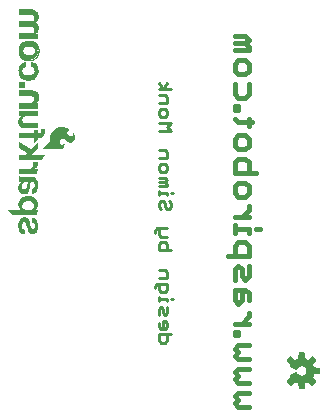
<source format=gbr>
G04 EAGLE Gerber RS-274X export*
G75*
%MOMM*%
%FSLAX34Y34*%
%LPD*%
%INSilkscreen Bottom*%
%IPPOS*%
%AMOC8*
5,1,8,0,0,1.08239X$1,22.5*%
G01*
%ADD10C,0.228600*%
%ADD11C,0.381000*%
%ADD12C,0.025400*%
%ADD13R,0.485100X0.495300*%

G36*
X327055Y113920D02*
X327055Y113920D01*
X327163Y113934D01*
X327175Y113940D01*
X327189Y113942D01*
X327285Y113994D01*
X327382Y114041D01*
X327392Y114051D01*
X327404Y114057D01*
X327478Y114137D01*
X327555Y114213D01*
X327561Y114225D01*
X327571Y114236D01*
X327616Y114334D01*
X327664Y114431D01*
X327668Y114449D01*
X327672Y114458D01*
X327674Y114479D01*
X327693Y114576D01*
X328136Y118927D01*
X329295Y119298D01*
X329313Y119308D01*
X329410Y119346D01*
X330492Y119903D01*
X333882Y117139D01*
X333976Y117085D01*
X334068Y117028D01*
X334081Y117025D01*
X334093Y117018D01*
X334200Y116997D01*
X334305Y116972D01*
X334319Y116974D01*
X334333Y116971D01*
X334440Y116986D01*
X334548Y116996D01*
X334561Y117002D01*
X334575Y117004D01*
X334672Y117052D01*
X334771Y117097D01*
X334784Y117108D01*
X334793Y117112D01*
X334808Y117128D01*
X334885Y117190D01*
X337470Y119775D01*
X337533Y119864D01*
X337599Y119949D01*
X337604Y119962D01*
X337612Y119974D01*
X337643Y120077D01*
X337679Y120180D01*
X337679Y120194D01*
X337683Y120207D01*
X337679Y120315D01*
X337680Y120424D01*
X337675Y120437D01*
X337675Y120451D01*
X337637Y120553D01*
X337602Y120655D01*
X337593Y120670D01*
X337589Y120679D01*
X337575Y120696D01*
X337521Y120778D01*
X334757Y124168D01*
X335314Y125250D01*
X335320Y125270D01*
X335362Y125365D01*
X335733Y126524D01*
X340084Y126967D01*
X340188Y126995D01*
X340294Y127020D01*
X340306Y127027D01*
X340319Y127030D01*
X340409Y127091D01*
X340502Y127148D01*
X340510Y127159D01*
X340522Y127167D01*
X340588Y127253D01*
X340657Y127337D01*
X340661Y127350D01*
X340670Y127361D01*
X340704Y127464D01*
X340743Y127565D01*
X340744Y127583D01*
X340748Y127592D01*
X340748Y127614D01*
X340757Y127712D01*
X340757Y131368D01*
X340740Y131475D01*
X340726Y131583D01*
X340720Y131595D01*
X340718Y131609D01*
X340666Y131705D01*
X340619Y131802D01*
X340609Y131812D01*
X340603Y131824D01*
X340523Y131898D01*
X340447Y131975D01*
X340435Y131981D01*
X340425Y131991D01*
X340326Y132036D01*
X340229Y132084D01*
X340211Y132088D01*
X340202Y132092D01*
X340181Y132094D01*
X340084Y132113D01*
X335733Y132556D01*
X335362Y133715D01*
X335352Y133733D01*
X335314Y133830D01*
X334757Y134912D01*
X337521Y138302D01*
X337575Y138396D01*
X337632Y138488D01*
X337635Y138501D01*
X337642Y138513D01*
X337663Y138620D01*
X337688Y138725D01*
X337686Y138739D01*
X337689Y138753D01*
X337674Y138860D01*
X337664Y138968D01*
X337658Y138981D01*
X337656Y138995D01*
X337608Y139092D01*
X337563Y139191D01*
X337552Y139204D01*
X337548Y139213D01*
X337532Y139228D01*
X337470Y139305D01*
X334885Y141890D01*
X334796Y141953D01*
X334711Y142019D01*
X334698Y142024D01*
X334686Y142032D01*
X334583Y142063D01*
X334480Y142099D01*
X334466Y142099D01*
X334453Y142103D01*
X334345Y142099D01*
X334236Y142100D01*
X334223Y142095D01*
X334209Y142095D01*
X334107Y142057D01*
X334005Y142022D01*
X333990Y142013D01*
X333981Y142009D01*
X333964Y141995D01*
X333882Y141941D01*
X330492Y139177D01*
X329410Y139734D01*
X329390Y139740D01*
X329295Y139782D01*
X328136Y140153D01*
X327693Y144504D01*
X327665Y144608D01*
X327640Y144714D01*
X327633Y144726D01*
X327630Y144739D01*
X327569Y144829D01*
X327512Y144922D01*
X327501Y144930D01*
X327493Y144942D01*
X327407Y145008D01*
X327323Y145077D01*
X327310Y145081D01*
X327299Y145090D01*
X327196Y145124D01*
X327095Y145163D01*
X327077Y145164D01*
X327068Y145168D01*
X327046Y145168D01*
X326948Y145177D01*
X323292Y145177D01*
X323185Y145160D01*
X323077Y145146D01*
X323065Y145140D01*
X323051Y145138D01*
X322955Y145086D01*
X322858Y145039D01*
X322848Y145029D01*
X322836Y145023D01*
X322762Y144943D01*
X322685Y144867D01*
X322679Y144855D01*
X322669Y144845D01*
X322624Y144746D01*
X322576Y144649D01*
X322572Y144631D01*
X322568Y144622D01*
X322566Y144601D01*
X322547Y144504D01*
X322104Y140153D01*
X320945Y139782D01*
X320927Y139772D01*
X320830Y139734D01*
X319748Y139177D01*
X316358Y141941D01*
X316264Y141995D01*
X316172Y142052D01*
X316159Y142055D01*
X316147Y142062D01*
X316040Y142083D01*
X315935Y142108D01*
X315921Y142106D01*
X315907Y142109D01*
X315800Y142094D01*
X315692Y142084D01*
X315679Y142078D01*
X315666Y142076D01*
X315568Y142028D01*
X315469Y141983D01*
X315456Y141972D01*
X315447Y141968D01*
X315432Y141952D01*
X315355Y141890D01*
X312770Y139305D01*
X312707Y139216D01*
X312641Y139131D01*
X312636Y139118D01*
X312628Y139106D01*
X312597Y139003D01*
X312561Y138900D01*
X312561Y138886D01*
X312557Y138873D01*
X312561Y138765D01*
X312560Y138656D01*
X312565Y138643D01*
X312565Y138629D01*
X312603Y138527D01*
X312638Y138425D01*
X312647Y138410D01*
X312651Y138401D01*
X312665Y138384D01*
X312719Y138302D01*
X315483Y134912D01*
X314926Y133830D01*
X314909Y133777D01*
X314883Y133728D01*
X314872Y133662D01*
X314851Y133598D01*
X314852Y133542D01*
X314843Y133488D01*
X314854Y133421D01*
X314855Y133354D01*
X314873Y133302D01*
X314882Y133247D01*
X314914Y133187D01*
X314937Y133124D01*
X314971Y133081D01*
X314997Y133032D01*
X315046Y132985D01*
X315088Y132933D01*
X315135Y132903D01*
X315175Y132865D01*
X315280Y132808D01*
X315293Y132800D01*
X315298Y132799D01*
X315305Y132795D01*
X320502Y130642D01*
X320601Y130619D01*
X320699Y130590D01*
X320720Y130591D01*
X320740Y130586D01*
X320841Y130596D01*
X320942Y130601D01*
X320962Y130608D01*
X320983Y130610D01*
X321075Y130652D01*
X321170Y130689D01*
X321186Y130702D01*
X321205Y130711D01*
X321279Y130780D01*
X321357Y130845D01*
X321373Y130868D01*
X321383Y130878D01*
X321395Y130899D01*
X321442Y130966D01*
X321948Y131865D01*
X322592Y132552D01*
X323380Y133067D01*
X324268Y133379D01*
X325205Y133471D01*
X326137Y133338D01*
X327011Y132987D01*
X327776Y132438D01*
X328389Y131724D01*
X328814Y130884D01*
X329028Y129968D01*
X329018Y129026D01*
X328784Y128114D01*
X328341Y127284D01*
X327712Y126583D01*
X326935Y126051D01*
X326054Y125720D01*
X325119Y125607D01*
X324202Y125715D01*
X323334Y126035D01*
X322565Y126549D01*
X321938Y127228D01*
X321443Y128112D01*
X321379Y128192D01*
X321319Y128275D01*
X321303Y128287D01*
X321290Y128303D01*
X321204Y128358D01*
X321121Y128418D01*
X321102Y128424D01*
X321085Y128434D01*
X320986Y128459D01*
X320888Y128489D01*
X320868Y128488D01*
X320848Y128493D01*
X320746Y128484D01*
X320644Y128481D01*
X320619Y128473D01*
X320605Y128472D01*
X320583Y128463D01*
X320502Y128438D01*
X315305Y126285D01*
X315258Y126256D01*
X315206Y126235D01*
X315155Y126192D01*
X315098Y126156D01*
X315063Y126113D01*
X315020Y126077D01*
X314986Y126020D01*
X314943Y125968D01*
X314924Y125916D01*
X314895Y125868D01*
X314881Y125802D01*
X314857Y125739D01*
X314855Y125684D01*
X314844Y125630D01*
X314851Y125563D01*
X314849Y125496D01*
X314865Y125442D01*
X314872Y125387D01*
X314916Y125276D01*
X314920Y125262D01*
X314923Y125258D01*
X314926Y125250D01*
X315483Y124168D01*
X312719Y120778D01*
X312665Y120684D01*
X312608Y120592D01*
X312605Y120579D01*
X312598Y120567D01*
X312577Y120460D01*
X312552Y120355D01*
X312554Y120341D01*
X312551Y120327D01*
X312566Y120220D01*
X312576Y120112D01*
X312582Y120099D01*
X312584Y120086D01*
X312632Y119988D01*
X312677Y119889D01*
X312688Y119876D01*
X312692Y119867D01*
X312708Y119852D01*
X312770Y119775D01*
X315355Y117190D01*
X315444Y117127D01*
X315529Y117061D01*
X315542Y117056D01*
X315554Y117048D01*
X315657Y117017D01*
X315760Y116981D01*
X315774Y116981D01*
X315787Y116977D01*
X315895Y116981D01*
X316004Y116980D01*
X316017Y116985D01*
X316031Y116985D01*
X316133Y117023D01*
X316235Y117058D01*
X316250Y117067D01*
X316259Y117071D01*
X316276Y117085D01*
X316358Y117139D01*
X319748Y119903D01*
X320830Y119346D01*
X320850Y119340D01*
X320945Y119298D01*
X322104Y118927D01*
X322547Y114576D01*
X322575Y114472D01*
X322600Y114366D01*
X322607Y114354D01*
X322610Y114341D01*
X322671Y114251D01*
X322728Y114158D01*
X322739Y114150D01*
X322747Y114138D01*
X322833Y114072D01*
X322917Y114004D01*
X322930Y113999D01*
X322941Y113990D01*
X323044Y113956D01*
X323145Y113917D01*
X323163Y113916D01*
X323172Y113912D01*
X323194Y113913D01*
X323292Y113903D01*
X326948Y113903D01*
X327055Y113920D01*
G37*
G36*
X120223Y317097D02*
X120223Y317097D01*
X120229Y317095D01*
X121060Y317165D01*
X121071Y317171D01*
X121086Y317170D01*
X121885Y317410D01*
X121895Y317418D01*
X121909Y317420D01*
X122641Y317821D01*
X122649Y317831D01*
X122662Y317836D01*
X123212Y318306D01*
X123217Y318317D01*
X123229Y318324D01*
X123674Y318894D01*
X123677Y318906D01*
X123687Y318916D01*
X124008Y319564D01*
X124009Y319576D01*
X124017Y319588D01*
X124201Y320287D01*
X124200Y320298D01*
X124205Y320309D01*
X124278Y321249D01*
X124276Y321258D01*
X124279Y321265D01*
X124278Y321267D01*
X124278Y321269D01*
X124205Y322209D01*
X124203Y322213D01*
X124204Y322219D01*
X124128Y322702D01*
X124103Y322741D01*
X124082Y322781D01*
X124078Y322782D01*
X124076Y322785D01*
X124031Y322795D01*
X123987Y322807D01*
X123983Y322805D01*
X123979Y322806D01*
X123941Y322781D01*
X123902Y322758D01*
X123901Y322753D01*
X123898Y322751D01*
X123889Y322710D01*
X123877Y322670D01*
X123893Y322512D01*
X123865Y322374D01*
X123794Y322241D01*
X123195Y321417D01*
X123129Y321349D01*
X123081Y321299D01*
X122943Y321227D01*
X122528Y321134D01*
X122100Y321134D01*
X121684Y321227D01*
X121280Y321433D01*
X120952Y321746D01*
X120587Y322352D01*
X120380Y323030D01*
X120345Y323741D01*
X120442Y324351D01*
X120640Y324937D01*
X120933Y325480D01*
X121298Y325905D01*
X121758Y326220D01*
X122283Y326406D01*
X122839Y326449D01*
X123387Y326347D01*
X123890Y326107D01*
X124325Y325737D01*
X125866Y324284D01*
X125876Y324281D01*
X125882Y324272D01*
X127640Y323085D01*
X127653Y323083D01*
X127663Y323073D01*
X128351Y322793D01*
X128366Y322794D01*
X128381Y322785D01*
X129116Y322686D01*
X129131Y322690D01*
X129148Y322685D01*
X129885Y322772D01*
X129898Y322780D01*
X129916Y322780D01*
X130608Y323047D01*
X130619Y323058D01*
X130636Y323062D01*
X131239Y323493D01*
X131246Y323504D01*
X131258Y323509D01*
X131436Y323698D01*
X131437Y323698D01*
X131675Y323951D01*
X131676Y323951D01*
X131914Y324203D01*
X131916Y324205D01*
X131919Y324213D01*
X131927Y324218D01*
X132487Y324995D01*
X132490Y325005D01*
X132498Y325013D01*
X132886Y325793D01*
X132887Y325805D01*
X132895Y325816D01*
X133126Y326656D01*
X133125Y326668D01*
X133131Y326680D01*
X133197Y327548D01*
X133193Y327559D01*
X133197Y327570D01*
X133111Y328470D01*
X133107Y328479D01*
X133108Y328489D01*
X132888Y329367D01*
X132882Y329375D01*
X132881Y329387D01*
X132780Y329615D01*
X132628Y329971D01*
X132628Y329972D01*
X132407Y330476D01*
X132396Y330486D01*
X132391Y330503D01*
X132053Y330938D01*
X132046Y330941D01*
X132042Y330949D01*
X132017Y330974D01*
X132017Y330975D01*
X132016Y330977D01*
X131924Y331012D01*
X131835Y330971D01*
X131802Y330886D01*
X131802Y330283D01*
X131745Y329772D01*
X131606Y329282D01*
X131351Y328801D01*
X131347Y328798D01*
X130981Y328406D01*
X130521Y328120D01*
X130002Y327963D01*
X129699Y327951D01*
X129399Y328010D01*
X128905Y328216D01*
X128447Y328499D01*
X128037Y328850D01*
X127683Y329262D01*
X127032Y330164D01*
X126783Y330652D01*
X126685Y331182D01*
X126743Y331720D01*
X126808Y331894D01*
X127057Y332255D01*
X127396Y332529D01*
X127499Y332573D01*
X127619Y332589D01*
X128499Y332589D01*
X128540Y332606D01*
X128582Y332620D01*
X128585Y332625D01*
X128590Y332627D01*
X128606Y332668D01*
X128625Y332708D01*
X128623Y332714D01*
X128625Y332719D01*
X128613Y332746D01*
X128597Y332795D01*
X127676Y333921D01*
X127664Y333927D01*
X127657Y333939D01*
X126520Y334846D01*
X126509Y334849D01*
X126501Y334858D01*
X125567Y335360D01*
X125557Y335361D01*
X125549Y335367D01*
X124552Y335725D01*
X124542Y335725D01*
X124533Y335730D01*
X123494Y335937D01*
X123483Y335935D01*
X123473Y335939D01*
X121545Y336000D01*
X121534Y335995D01*
X121522Y335998D01*
X119615Y335710D01*
X119605Y335704D01*
X119593Y335704D01*
X117769Y335076D01*
X117760Y335069D01*
X117748Y335067D01*
X116067Y334120D01*
X116061Y334112D01*
X116050Y334109D01*
X114943Y333224D01*
X114940Y333219D01*
X114935Y333216D01*
X114934Y333214D01*
X114930Y333212D01*
X114577Y332838D01*
X114101Y332333D01*
X113958Y332181D01*
X113955Y332173D01*
X113947Y332167D01*
X113130Y331010D01*
X113128Y331000D01*
X113120Y330992D01*
X112520Y329762D01*
X112519Y329751D01*
X112511Y329741D01*
X112143Y328422D01*
X112145Y328411D01*
X112139Y328400D01*
X112015Y327036D01*
X112017Y327031D01*
X112015Y327025D01*
X112015Y324750D01*
X111950Y324382D01*
X111823Y324031D01*
X111234Y323041D01*
X110452Y322187D01*
X104970Y317315D01*
X104968Y317311D01*
X104963Y317309D01*
X104947Y317267D01*
X104928Y317226D01*
X104930Y317222D01*
X104928Y317217D01*
X104947Y317176D01*
X104962Y317134D01*
X104967Y317132D01*
X104969Y317128D01*
X105042Y317099D01*
X105053Y317095D01*
X105054Y317095D01*
X120218Y317095D01*
X120223Y317097D01*
G37*
G36*
X100723Y261560D02*
X100723Y261560D01*
X100762Y261570D01*
X100768Y261579D01*
X100777Y261583D01*
X100788Y261611D01*
X100810Y261648D01*
X101546Y265534D01*
X101543Y265548D01*
X101548Y265563D01*
X101533Y265595D01*
X101525Y265630D01*
X101512Y265638D01*
X101506Y265652D01*
X101467Y265666D01*
X101442Y265682D01*
X101431Y265679D01*
X101420Y265683D01*
X99503Y265659D01*
X99652Y265793D01*
X99653Y265794D01*
X99654Y265794D01*
X100619Y266683D01*
X100621Y266689D01*
X100628Y266693D01*
X100929Y267036D01*
X100933Y267047D01*
X100943Y267055D01*
X101176Y267449D01*
X101177Y267458D01*
X101184Y267466D01*
X101717Y268787D01*
X101717Y268798D01*
X101724Y268808D01*
X101826Y269290D01*
X101823Y269302D01*
X101828Y269314D01*
X101853Y271295D01*
X101849Y271306D01*
X101851Y271318D01*
X101668Y272403D01*
X101661Y272413D01*
X101661Y272428D01*
X101261Y273452D01*
X101253Y273459D01*
X101251Y273471D01*
X100710Y274373D01*
X100704Y274378D01*
X100701Y274387D01*
X100048Y275211D01*
X100038Y275217D01*
X100033Y275227D01*
X99143Y276019D01*
X99130Y276023D01*
X99121Y276035D01*
X98080Y276614D01*
X98068Y276616D01*
X98057Y276624D01*
X95944Y277298D01*
X95933Y277297D01*
X95922Y277303D01*
X93722Y277586D01*
X93711Y277583D01*
X93699Y277587D01*
X91484Y277469D01*
X91474Y277464D01*
X91462Y277466D01*
X90086Y277143D01*
X90077Y277137D01*
X90065Y277136D01*
X88765Y276580D01*
X88757Y276572D01*
X88746Y276570D01*
X87561Y275798D01*
X87555Y275789D01*
X87544Y275784D01*
X86837Y275127D01*
X86833Y275117D01*
X86823Y275111D01*
X86238Y274343D01*
X86236Y274332D01*
X86227Y274325D01*
X85781Y273469D01*
X85780Y273458D01*
X85772Y273449D01*
X85478Y272530D01*
X85479Y272520D01*
X85473Y272510D01*
X85284Y271298D01*
X85286Y271289D01*
X85283Y271280D01*
X85266Y270053D01*
X85269Y270045D01*
X85267Y270035D01*
X85422Y268818D01*
X85427Y268808D01*
X85427Y268796D01*
X85691Y267952D01*
X85699Y267942D01*
X85702Y267927D01*
X86139Y267158D01*
X86149Y267150D01*
X86154Y267136D01*
X86744Y266476D01*
X86756Y266470D01*
X86764Y266458D01*
X87480Y265938D01*
X87482Y265937D01*
X76378Y265937D01*
X76334Y265919D01*
X76291Y265902D01*
X76290Y265900D01*
X76287Y265899D01*
X76270Y265855D01*
X76252Y265811D01*
X76253Y265809D01*
X76252Y265807D01*
X76261Y265786D01*
X76284Y265726D01*
X80018Y261586D01*
X80024Y261584D01*
X80027Y261578D01*
X80087Y261554D01*
X80108Y261545D01*
X80110Y261546D01*
X80112Y261545D01*
X100686Y261545D01*
X100723Y261560D01*
G37*
G36*
X101805Y410695D02*
X101805Y410695D01*
X101807Y410694D01*
X101850Y410714D01*
X101894Y410732D01*
X101894Y410734D01*
X101896Y410735D01*
X101929Y410820D01*
X101929Y414807D01*
X101928Y414809D01*
X101929Y414811D01*
X101909Y414854D01*
X101891Y414898D01*
X101889Y414898D01*
X101888Y414900D01*
X101803Y414933D01*
X99750Y414933D01*
X99757Y414964D01*
X100153Y415266D01*
X100156Y415272D01*
X100164Y415275D01*
X100951Y416037D01*
X100954Y416045D01*
X100961Y416049D01*
X101573Y416811D01*
X101577Y416825D01*
X101590Y416837D01*
X101994Y417727D01*
X101994Y417739D01*
X102002Y417750D01*
X102256Y418842D01*
X102255Y418851D01*
X102259Y418859D01*
X102386Y420231D01*
X102383Y420241D01*
X102386Y420252D01*
X102317Y421209D01*
X102311Y421220D01*
X102312Y421234D01*
X102052Y422157D01*
X102044Y422167D01*
X102042Y422180D01*
X101639Y422970D01*
X101630Y422978D01*
X101626Y422991D01*
X101080Y423689D01*
X101069Y423695D01*
X101063Y423707D01*
X100394Y424289D01*
X100382Y424292D01*
X100380Y424295D01*
X100380Y424296D01*
X100379Y424296D01*
X100374Y424303D01*
X99716Y424683D01*
X99758Y424725D01*
X100239Y425180D01*
X100240Y425183D01*
X100243Y425184D01*
X101002Y425972D01*
X101005Y425981D01*
X101014Y425986D01*
X101652Y426875D01*
X101654Y426886D01*
X101662Y426894D01*
X102056Y427699D01*
X102056Y427711D01*
X102064Y427722D01*
X102296Y428587D01*
X102294Y428599D01*
X102300Y428611D01*
X102361Y429505D01*
X102360Y429508D01*
X102361Y429509D01*
X102358Y429515D01*
X102361Y429525D01*
X102254Y430804D01*
X102250Y430811D01*
X102252Y430818D01*
X102003Y432078D01*
X101997Y432087D01*
X101997Y432099D01*
X101671Y432965D01*
X101661Y432975D01*
X101658Y432990D01*
X101151Y433764D01*
X101139Y433771D01*
X101133Y433785D01*
X100469Y434431D01*
X100457Y434435D01*
X100448Y434447D01*
X99509Y435035D01*
X99496Y435037D01*
X99486Y435047D01*
X98447Y435433D01*
X98434Y435432D01*
X98422Y435439D01*
X97326Y435608D01*
X97317Y435605D01*
X97307Y435609D01*
X85725Y435609D01*
X85723Y435608D01*
X85721Y435609D01*
X85678Y435589D01*
X85634Y435571D01*
X85634Y435569D01*
X85632Y435568D01*
X85599Y435483D01*
X85599Y431241D01*
X85600Y431239D01*
X85599Y431237D01*
X85619Y431194D01*
X85637Y431150D01*
X85639Y431150D01*
X85640Y431148D01*
X85725Y431115D01*
X96004Y431115D01*
X96884Y431008D01*
X97706Y430696D01*
X98090Y430435D01*
X98403Y430092D01*
X98629Y429686D01*
X98757Y429238D01*
X98825Y428334D01*
X98733Y427431D01*
X98607Y427022D01*
X98397Y426649D01*
X98111Y426331D01*
X97583Y425946D01*
X96988Y425673D01*
X96349Y425524D01*
X95246Y425449D01*
X85725Y425449D01*
X85723Y425448D01*
X85721Y425449D01*
X85678Y425429D01*
X85634Y425411D01*
X85634Y425409D01*
X85632Y425408D01*
X85599Y425323D01*
X85599Y421005D01*
X85600Y421003D01*
X85599Y421001D01*
X85619Y420958D01*
X85637Y420914D01*
X85639Y420914D01*
X85640Y420912D01*
X85725Y420879D01*
X96284Y420879D01*
X96947Y420799D01*
X97566Y420568D01*
X98113Y420198D01*
X98431Y419851D01*
X98664Y419443D01*
X98800Y418992D01*
X98832Y418515D01*
X98782Y417667D01*
X98700Y417227D01*
X98522Y416823D01*
X98256Y416469D01*
X97312Y415649D01*
X96774Y415366D01*
X96183Y415234D01*
X95561Y415264D01*
X95558Y415263D01*
X95555Y415264D01*
X85750Y415264D01*
X85748Y415263D01*
X85746Y415264D01*
X85703Y415244D01*
X85659Y415226D01*
X85659Y415224D01*
X85657Y415223D01*
X85624Y415138D01*
X85624Y410820D01*
X85625Y410818D01*
X85624Y410816D01*
X85644Y410773D01*
X85662Y410729D01*
X85664Y410729D01*
X85665Y410727D01*
X85750Y410694D01*
X101803Y410694D01*
X101805Y410695D01*
G37*
G36*
X90653Y278918D02*
X90653Y278918D01*
X90665Y278923D01*
X90680Y278921D01*
X91621Y279127D01*
X91633Y279136D01*
X91650Y279137D01*
X92512Y279566D01*
X92521Y279576D01*
X92536Y279581D01*
X93145Y280079D01*
X93149Y280087D01*
X93157Y280090D01*
X93158Y280094D01*
X93163Y280097D01*
X93661Y280707D01*
X93664Y280719D01*
X93675Y280728D01*
X94041Y281424D01*
X94042Y281435D01*
X94049Y281444D01*
X94533Y282929D01*
X94532Y282937D01*
X94537Y282946D01*
X94815Y284483D01*
X94814Y284487D01*
X94817Y284492D01*
X95045Y286698D01*
X95271Y288004D01*
X95436Y288473D01*
X95682Y288901D01*
X95943Y289185D01*
X96030Y289245D01*
X96127Y289287D01*
X96648Y289398D01*
X97179Y289398D01*
X97700Y289287D01*
X98014Y289148D01*
X98293Y288949D01*
X98527Y288696D01*
X98720Y288382D01*
X98848Y288036D01*
X98909Y287667D01*
X98959Y286312D01*
X98905Y285725D01*
X98740Y285164D01*
X98485Y284700D01*
X98129Y284310D01*
X97691Y284015D01*
X97196Y283831D01*
X96665Y283768D01*
X96622Y283768D01*
X96620Y283767D01*
X96618Y283768D01*
X96575Y283748D01*
X96531Y283730D01*
X96531Y283728D01*
X96529Y283727D01*
X96496Y283642D01*
X96496Y279501D01*
X96494Y279500D01*
X96484Y279458D01*
X96470Y279416D01*
X96473Y279410D01*
X96472Y279404D01*
X96488Y279379D01*
X96509Y279334D01*
X96534Y279309D01*
X96535Y279309D01*
X96577Y279293D01*
X96626Y279274D01*
X96627Y279274D01*
X96669Y279294D01*
X96712Y279313D01*
X97603Y279435D01*
X97614Y279441D01*
X97629Y279441D01*
X98570Y279775D01*
X98580Y279784D01*
X98594Y279787D01*
X99447Y280306D01*
X99455Y280317D01*
X99468Y280322D01*
X100198Y281005D01*
X100203Y281017D01*
X100215Y281025D01*
X100789Y281842D01*
X100792Y281854D01*
X100801Y281863D01*
X101330Y283021D01*
X101330Y283031D01*
X101337Y283040D01*
X101671Y284269D01*
X101670Y284278D01*
X101674Y284287D01*
X101888Y286027D01*
X101885Y286035D01*
X101888Y286043D01*
X101880Y287797D01*
X101877Y287804D01*
X101879Y287813D01*
X101649Y289552D01*
X101644Y289560D01*
X101645Y289571D01*
X101220Y290985D01*
X101212Y290994D01*
X101211Y291008D01*
X100517Y292311D01*
X100507Y292320D01*
X100502Y292334D01*
X100019Y292896D01*
X100005Y292903D01*
X99996Y292917D01*
X99391Y293344D01*
X99376Y293347D01*
X99364Y293359D01*
X98673Y293626D01*
X98658Y293625D01*
X98643Y293633D01*
X97908Y293724D01*
X97900Y293722D01*
X97892Y293725D01*
X93066Y293725D01*
X93064Y293724D01*
X93062Y293725D01*
X93047Y293718D01*
X92963Y293750D01*
X88625Y293725D01*
X87288Y293827D01*
X85993Y294176D01*
X85794Y294250D01*
X85769Y294249D01*
X85746Y294258D01*
X85722Y294247D01*
X85696Y294246D01*
X85679Y294227D01*
X85657Y294217D01*
X85646Y294190D01*
X85630Y294172D01*
X85632Y294153D01*
X85624Y294132D01*
X85624Y290098D01*
X85621Y290062D01*
X85630Y290034D01*
X85634Y289994D01*
X85653Y289957D01*
X85670Y289943D01*
X85675Y289932D01*
X85682Y289929D01*
X85699Y289906D01*
X85735Y289885D01*
X85752Y289882D01*
X85768Y289870D01*
X86048Y289794D01*
X86051Y289795D01*
X86054Y289793D01*
X87083Y289566D01*
X87106Y289557D01*
X87112Y289550D01*
X87114Y289542D01*
X87113Y289533D01*
X87097Y289509D01*
X86394Y288682D01*
X86390Y288671D01*
X86380Y288662D01*
X85840Y287711D01*
X85839Y287700D01*
X85831Y287690D01*
X85478Y286655D01*
X85479Y286643D01*
X85473Y286633D01*
X85232Y285015D01*
X85235Y285005D01*
X85231Y284994D01*
X85269Y283359D01*
X85274Y283348D01*
X85272Y283334D01*
X85580Y281962D01*
X85588Y281951D01*
X85589Y281936D01*
X86195Y280667D01*
X86205Y280658D01*
X86209Y280644D01*
X86551Y280196D01*
X86561Y280190D01*
X86567Y280178D01*
X86987Y279801D01*
X86998Y279797D01*
X87006Y279787D01*
X87489Y279495D01*
X87500Y279493D01*
X87510Y279485D01*
X88503Y279112D01*
X88514Y279112D01*
X88525Y279106D01*
X89569Y278917D01*
X89580Y278920D01*
X89592Y278915D01*
X90653Y278918D01*
G37*
G36*
X105023Y308060D02*
X105023Y308060D01*
X105043Y308058D01*
X105070Y308080D01*
X105095Y308090D01*
X105100Y308105D01*
X105114Y308115D01*
X107476Y312255D01*
X107480Y312290D01*
X107492Y312322D01*
X107485Y312337D01*
X107487Y312353D01*
X107465Y312380D01*
X107451Y312411D01*
X107435Y312418D01*
X107425Y312430D01*
X107398Y312432D01*
X107366Y312444D01*
X95936Y312444D01*
X101410Y317919D01*
X101412Y317922D01*
X101414Y317923D01*
X101447Y318008D01*
X101447Y322682D01*
X101447Y322684D01*
X101447Y322685D01*
X101427Y322729D01*
X101409Y322773D01*
X101407Y322773D01*
X101406Y322775D01*
X101362Y322791D01*
X101317Y322808D01*
X101315Y322807D01*
X101314Y322808D01*
X101231Y322770D01*
X95665Y317079D01*
X85770Y323676D01*
X85732Y323683D01*
X85695Y323697D01*
X85685Y323692D01*
X85673Y323694D01*
X85642Y323672D01*
X85606Y323655D01*
X85602Y323644D01*
X85593Y323638D01*
X85588Y323608D01*
X85574Y323570D01*
X85599Y318490D01*
X85606Y318473D01*
X85604Y318455D01*
X85626Y318426D01*
X85638Y318400D01*
X85650Y318395D01*
X85660Y318383D01*
X92638Y314150D01*
X92564Y314073D01*
X92442Y313947D01*
X92441Y313947D01*
X92073Y313568D01*
X91951Y313442D01*
X91828Y313316D01*
X91460Y312937D01*
X91337Y312811D01*
X91215Y312685D01*
X91031Y312495D01*
X85623Y312495D01*
X85621Y312494D01*
X85619Y312495D01*
X85576Y312475D01*
X85532Y312457D01*
X85532Y312455D01*
X85530Y312454D01*
X85497Y312369D01*
X85497Y308229D01*
X85498Y308226D01*
X85497Y308223D01*
X85534Y308140D01*
X85585Y308089D01*
X85588Y308088D01*
X85589Y308085D01*
X85674Y308052D01*
X105004Y308052D01*
X105023Y308060D01*
G37*
G36*
X101399Y334952D02*
X101399Y334952D01*
X101401Y334951D01*
X101444Y334971D01*
X101488Y334989D01*
X101488Y334991D01*
X101490Y334992D01*
X101523Y335077D01*
X101523Y339217D01*
X101522Y339219D01*
X101523Y339221D01*
X101503Y339264D01*
X101485Y339308D01*
X101483Y339308D01*
X101482Y339310D01*
X101397Y339343D01*
X91400Y339343D01*
X90570Y339492D01*
X89802Y339835D01*
X89440Y340107D01*
X89139Y340448D01*
X88914Y340843D01*
X88691Y341532D01*
X88611Y342251D01*
X88678Y342972D01*
X88890Y343663D01*
X89178Y344173D01*
X89575Y344604D01*
X90060Y344931D01*
X90610Y345140D01*
X91814Y345365D01*
X93044Y345441D01*
X101346Y345441D01*
X101348Y345442D01*
X101350Y345441D01*
X101393Y345461D01*
X101437Y345479D01*
X101437Y345481D01*
X101439Y345482D01*
X101472Y345567D01*
X101472Y349783D01*
X101471Y349785D01*
X101472Y349787D01*
X101452Y349830D01*
X101434Y349874D01*
X101432Y349874D01*
X101431Y349876D01*
X101346Y349909D01*
X85725Y349909D01*
X85723Y349908D01*
X85721Y349909D01*
X85678Y349889D01*
X85634Y349871D01*
X85634Y349869D01*
X85632Y349868D01*
X85599Y349783D01*
X85599Y345770D01*
X85600Y345768D01*
X85599Y345766D01*
X85619Y345723D01*
X85637Y345679D01*
X85639Y345679D01*
X85640Y345677D01*
X85725Y345644D01*
X87782Y345644D01*
X87141Y345137D01*
X87137Y345129D01*
X87128Y345125D01*
X87021Y345012D01*
X86901Y344886D01*
X86662Y344634D01*
X86542Y344507D01*
X86422Y344381D01*
X86343Y344298D01*
X86340Y344289D01*
X86332Y344284D01*
X85673Y343354D01*
X85671Y343345D01*
X85663Y343337D01*
X85541Y343092D01*
X85540Y343081D01*
X85533Y343072D01*
X85452Y342810D01*
X85453Y342801D01*
X85448Y342792D01*
X85225Y341314D01*
X85227Y341306D01*
X85223Y341298D01*
X85193Y339804D01*
X85197Y339794D01*
X85194Y339783D01*
X85341Y338750D01*
X85347Y338740D01*
X85347Y338726D01*
X85690Y337740D01*
X85698Y337731D01*
X85700Y337718D01*
X86226Y336816D01*
X86236Y336809D01*
X86241Y336796D01*
X86469Y336542D01*
X86480Y336536D01*
X86488Y336525D01*
X87373Y335865D01*
X87384Y335862D01*
X87393Y335852D01*
X88383Y335364D01*
X88395Y335364D01*
X88405Y335356D01*
X89468Y335056D01*
X89479Y335058D01*
X89491Y335052D01*
X90590Y334951D01*
X90596Y334953D01*
X90602Y334951D01*
X101397Y334951D01*
X101399Y334952D01*
G37*
G36*
X101373Y352148D02*
X101373Y352148D01*
X101375Y352147D01*
X101418Y352167D01*
X101462Y352185D01*
X101462Y352187D01*
X101464Y352188D01*
X101497Y352273D01*
X101497Y356311D01*
X101496Y356313D01*
X101497Y356315D01*
X101477Y356358D01*
X101459Y356402D01*
X101457Y356402D01*
X101456Y356404D01*
X101371Y356437D01*
X99303Y356437D01*
X99332Y356479D01*
X99468Y356593D01*
X99846Y356870D01*
X99848Y356874D01*
X99853Y356876D01*
X100326Y357278D01*
X100330Y357285D01*
X100338Y357289D01*
X100754Y357750D01*
X100757Y357761D01*
X100767Y357768D01*
X101334Y358666D01*
X101337Y358679D01*
X101346Y358690D01*
X101715Y359687D01*
X101715Y359699D01*
X101722Y359712D01*
X101877Y360764D01*
X101874Y360774D01*
X101878Y360785D01*
X101857Y361620D01*
X101848Y361998D01*
X101839Y362377D01*
X101828Y362791D01*
X101824Y362802D01*
X101826Y362814D01*
X101620Y363791D01*
X101612Y363803D01*
X101611Y363819D01*
X101189Y364724D01*
X101178Y364733D01*
X101174Y364748D01*
X100556Y365533D01*
X100545Y365539D01*
X100539Y365551D01*
X99964Y366040D01*
X99953Y366043D01*
X99946Y366053D01*
X99297Y366437D01*
X99286Y366439D01*
X99277Y366447D01*
X98572Y366716D01*
X98563Y366716D01*
X98554Y366721D01*
X97447Y366961D01*
X97438Y366959D01*
X97430Y366964D01*
X96301Y367054D01*
X96296Y367052D01*
X96291Y367054D01*
X85750Y367054D01*
X85748Y367053D01*
X85746Y367054D01*
X85703Y367034D01*
X85659Y367016D01*
X85659Y367014D01*
X85657Y367013D01*
X85624Y366928D01*
X85624Y362839D01*
X85625Y362837D01*
X85624Y362835D01*
X85644Y362792D01*
X85662Y362748D01*
X85664Y362748D01*
X85665Y362746D01*
X85750Y362713D01*
X95396Y362713D01*
X96114Y362648D01*
X96802Y362457D01*
X97444Y362147D01*
X97831Y361851D01*
X98140Y361477D01*
X98357Y361042D01*
X98434Y360742D01*
X98451Y360426D01*
X98401Y359321D01*
X98314Y358765D01*
X98110Y358249D01*
X97796Y357792D01*
X97227Y357275D01*
X96548Y356912D01*
X95798Y356696D01*
X95015Y356615D01*
X85649Y356615D01*
X85647Y356614D01*
X85645Y356615D01*
X85602Y356595D01*
X85558Y356577D01*
X85558Y356575D01*
X85556Y356574D01*
X85523Y356489D01*
X85523Y352273D01*
X85524Y352271D01*
X85523Y352269D01*
X85543Y352226D01*
X85561Y352182D01*
X85563Y352182D01*
X85564Y352180D01*
X85649Y352147D01*
X101371Y352147D01*
X101373Y352148D01*
G37*
G36*
X94134Y392387D02*
X94134Y392387D01*
X94160Y392383D01*
X97716Y393196D01*
X97737Y393211D01*
X97766Y393220D01*
X100484Y395354D01*
X100496Y395376D01*
X100519Y395397D01*
X102196Y398775D01*
X102197Y398795D01*
X102208Y398816D01*
X102385Y400289D01*
X102383Y400296D01*
X102386Y400304D01*
X102386Y400355D01*
X102378Y400375D01*
X102377Y400401D01*
X102327Y400528D01*
X102307Y400549D01*
X102295Y400575D01*
X102273Y400584D01*
X102259Y400599D01*
X102235Y400598D01*
X102210Y400608D01*
X99289Y400608D01*
X99249Y400591D01*
X99208Y400579D01*
X99204Y400572D01*
X99198Y400570D01*
X99187Y400542D01*
X99164Y400499D01*
X99014Y399404D01*
X98379Y398256D01*
X97295Y397468D01*
X96406Y397072D01*
X94932Y396798D01*
X93073Y396748D01*
X91825Y396923D01*
X90676Y397297D01*
X89649Y397835D01*
X88641Y399483D01*
X88419Y401231D01*
X89011Y402982D01*
X89992Y404061D01*
X91202Y404604D01*
X92750Y404979D01*
X94175Y404979D01*
X96104Y404728D01*
X97716Y403984D01*
X98525Y403150D01*
X99038Y402197D01*
X99137Y401010D01*
X99137Y400914D01*
X99138Y400911D01*
X99137Y400908D01*
X99157Y400866D01*
X99175Y400823D01*
X99178Y400822D01*
X99180Y400819D01*
X99265Y400788D01*
X99267Y400788D01*
X102237Y400838D01*
X102246Y400842D01*
X102255Y400839D01*
X102290Y400861D01*
X102320Y400874D01*
X102326Y400877D01*
X102327Y400878D01*
X102330Y400887D01*
X102338Y400892D01*
X102351Y400943D01*
X102361Y400969D01*
X102361Y400970D01*
X102359Y400975D01*
X102360Y400980D01*
X102106Y402987D01*
X102100Y402998D01*
X102100Y403012D01*
X101541Y404638D01*
X101530Y404650D01*
X101526Y404669D01*
X100155Y406650D01*
X100142Y406658D01*
X100133Y406674D01*
X98863Y407766D01*
X98847Y407771D01*
X98832Y407785D01*
X96495Y408826D01*
X96478Y408827D01*
X96460Y408836D01*
X94275Y409116D01*
X94260Y409112D01*
X94244Y409116D01*
X92136Y408862D01*
X92128Y408858D01*
X92117Y408859D01*
X89653Y408173D01*
X89639Y408162D01*
X89620Y408158D01*
X88325Y407345D01*
X88316Y407333D01*
X88301Y407325D01*
X87158Y406131D01*
X87154Y406123D01*
X87146Y406117D01*
X86359Y405000D01*
X86355Y404983D01*
X86343Y404968D01*
X85708Y403114D01*
X85709Y403100D01*
X85701Y403086D01*
X85447Y400571D01*
X85452Y400557D01*
X85448Y400541D01*
X85854Y397544D01*
X85866Y397523D01*
X85872Y397494D01*
X87650Y394649D01*
X87671Y394635D01*
X87689Y394610D01*
X90178Y393010D01*
X90201Y393006D01*
X90226Y392991D01*
X94112Y392381D01*
X94134Y392387D01*
G37*
G36*
X90708Y245123D02*
X90708Y245123D01*
X90738Y245126D01*
X90739Y245127D01*
X90740Y245127D01*
X90749Y245138D01*
X90762Y245143D01*
X90765Y245149D01*
X90771Y245152D01*
X90783Y245182D01*
X90799Y245202D01*
X90799Y245204D01*
X90800Y245205D01*
X90799Y245220D01*
X90804Y245232D01*
X90803Y245235D01*
X90804Y245237D01*
X90804Y249098D01*
X90803Y249100D01*
X90804Y249102D01*
X90784Y249145D01*
X90766Y249189D01*
X90764Y249189D01*
X90763Y249191D01*
X90678Y249224D01*
X90631Y249224D01*
X90134Y249253D01*
X89672Y249400D01*
X89258Y249655D01*
X88815Y250097D01*
X88478Y250624D01*
X88261Y251211D01*
X88188Y251773D01*
X88188Y253103D01*
X88262Y253706D01*
X88459Y254273D01*
X88771Y254786D01*
X88855Y254870D01*
X88979Y254997D01*
X89055Y255074D01*
X89400Y255282D01*
X89785Y255399D01*
X90189Y255416D01*
X90584Y255331D01*
X90946Y255151D01*
X91250Y254885D01*
X91481Y254549D01*
X91951Y253442D01*
X92257Y252268D01*
X93120Y248637D01*
X93125Y248630D01*
X93125Y248621D01*
X93431Y247813D01*
X93437Y247806D01*
X93439Y247796D01*
X93866Y247045D01*
X93873Y247039D01*
X93877Y247029D01*
X94414Y246352D01*
X94424Y246347D01*
X94430Y246336D01*
X94815Y245999D01*
X94828Y245995D01*
X94837Y245984D01*
X95284Y245735D01*
X95297Y245734D01*
X95308Y245725D01*
X95797Y245573D01*
X95809Y245575D01*
X95822Y245568D01*
X96958Y245463D01*
X96971Y245466D01*
X96984Y245463D01*
X98118Y245592D01*
X98129Y245598D01*
X98143Y245597D01*
X99227Y245955D01*
X99236Y245963D01*
X99250Y245965D01*
X99772Y246264D01*
X99779Y246274D01*
X99792Y246279D01*
X100247Y246673D01*
X100252Y246684D01*
X100264Y246691D01*
X100633Y247167D01*
X100636Y247178D01*
X100645Y247187D01*
X101299Y248468D01*
X101300Y248479D01*
X101307Y248489D01*
X101718Y249867D01*
X101717Y249878D01*
X101723Y249890D01*
X101878Y251319D01*
X101876Y251326D01*
X101878Y251333D01*
X101878Y253136D01*
X101876Y253142D01*
X101878Y253149D01*
X101738Y254542D01*
X101733Y254551D01*
X101734Y254562D01*
X101366Y255913D01*
X101359Y255923D01*
X101357Y255936D01*
X100819Y257033D01*
X100809Y257042D01*
X100805Y257056D01*
X100048Y258015D01*
X100038Y258021D01*
X100033Y258032D01*
X99637Y258380D01*
X99628Y258383D01*
X99622Y258392D01*
X99180Y258678D01*
X99170Y258680D01*
X99163Y258687D01*
X98375Y259043D01*
X98370Y259043D01*
X98366Y259047D01*
X97808Y259250D01*
X97788Y259249D01*
X97783Y259251D01*
X97760Y259251D01*
X97740Y259255D01*
X97726Y259246D01*
X97714Y259255D01*
X97708Y259253D01*
X97701Y259257D01*
X96990Y259333D01*
X96982Y259330D01*
X96973Y259333D01*
X96936Y259316D01*
X96896Y259304D01*
X96892Y259296D01*
X96884Y259292D01*
X96864Y259242D01*
X96851Y259216D01*
X96853Y259212D01*
X96851Y259207D01*
X96851Y255321D01*
X96869Y255277D01*
X96887Y255233D01*
X96888Y255232D01*
X96889Y255230D01*
X96908Y255223D01*
X96969Y255195D01*
X97229Y255179D01*
X97472Y255124D01*
X97824Y254974D01*
X98137Y254756D01*
X98401Y254481D01*
X98672Y254058D01*
X98861Y253591D01*
X98959Y253095D01*
X99003Y252248D01*
X98959Y251399D01*
X98874Y250950D01*
X98717Y250526D01*
X98522Y250225D01*
X98254Y249992D01*
X97912Y249837D01*
X97540Y249789D01*
X97171Y249854D01*
X96810Y250038D01*
X96517Y250321D01*
X96101Y250996D01*
X95829Y251748D01*
X95425Y253771D01*
X95424Y253772D01*
X95424Y253773D01*
X95043Y255496D01*
X95038Y255503D01*
X95038Y255512D01*
X94428Y257168D01*
X94422Y257174D01*
X94421Y257184D01*
X94016Y257940D01*
X94009Y257946D01*
X94006Y257955D01*
X93498Y258647D01*
X93488Y258652D01*
X93483Y258664D01*
X93133Y258996D01*
X93121Y259001D01*
X93112Y259012D01*
X92700Y259264D01*
X92686Y259266D01*
X92674Y259276D01*
X91671Y259613D01*
X91656Y259612D01*
X91642Y259620D01*
X90587Y259714D01*
X90578Y259711D01*
X90567Y259714D01*
X89526Y259638D01*
X89518Y259634D01*
X89508Y259635D01*
X88844Y259493D01*
X88834Y259486D01*
X88821Y259485D01*
X88196Y259219D01*
X88187Y259211D01*
X88175Y259208D01*
X87611Y258829D01*
X87604Y258819D01*
X87593Y258814D01*
X86850Y258088D01*
X86846Y258078D01*
X86840Y258076D01*
X86840Y258074D01*
X86835Y258072D01*
X86229Y257228D01*
X86227Y257218D01*
X86218Y257209D01*
X85767Y256274D01*
X85766Y256263D01*
X85759Y256253D01*
X85477Y255253D01*
X85478Y255245D01*
X85473Y255236D01*
X85291Y253922D01*
X85293Y253915D01*
X85290Y253909D01*
X85243Y252582D01*
X85245Y252576D01*
X85243Y252569D01*
X85421Y250003D01*
X85426Y249994D01*
X85424Y249984D01*
X85636Y249063D01*
X85644Y249052D01*
X85645Y249038D01*
X86042Y248181D01*
X86049Y248175D01*
X86051Y248166D01*
X86813Y246972D01*
X86819Y246968D01*
X86822Y246959D01*
X87253Y246444D01*
X87264Y246439D01*
X87270Y246427D01*
X87794Y246007D01*
X87805Y246003D01*
X87814Y245993D01*
X88410Y245684D01*
X88419Y245683D01*
X88427Y245676D01*
X89697Y245244D01*
X89707Y245245D01*
X89716Y245240D01*
X90300Y245138D01*
X90307Y245139D01*
X90313Y245136D01*
X90669Y245111D01*
X90676Y245113D01*
X90682Y245111D01*
X90708Y245123D01*
G37*
G36*
X95152Y375362D02*
X95152Y375362D01*
X95161Y375366D01*
X95173Y375364D01*
X96663Y375662D01*
X96673Y375669D01*
X96686Y375669D01*
X98092Y376246D01*
X98100Y376254D01*
X98113Y376257D01*
X99384Y377091D01*
X99390Y377101D01*
X99402Y377106D01*
X100490Y378167D01*
X100495Y378178D01*
X100506Y378186D01*
X101371Y379435D01*
X101374Y379447D01*
X101383Y379456D01*
X101995Y380847D01*
X101995Y380859D01*
X102002Y380871D01*
X102335Y382377D01*
X102332Y382389D01*
X102338Y382402D01*
X102361Y383944D01*
X102358Y383953D01*
X102360Y383963D01*
X102171Y385397D01*
X102168Y385402D01*
X102169Y385408D01*
X101850Y386819D01*
X101845Y386827D01*
X101844Y386837D01*
X101387Y387994D01*
X101377Y388004D01*
X101374Y388018D01*
X100677Y389049D01*
X100666Y389056D01*
X100659Y389070D01*
X99756Y389925D01*
X99744Y389930D01*
X99735Y389942D01*
X98668Y390582D01*
X98656Y390584D01*
X98647Y390593D01*
X97492Y391017D01*
X97482Y391017D01*
X97473Y391022D01*
X96265Y391259D01*
X96251Y391256D01*
X96237Y391261D01*
X96204Y391246D01*
X96169Y391239D01*
X96161Y391226D01*
X96148Y391220D01*
X96132Y391181D01*
X96116Y391155D01*
X96119Y391145D01*
X96115Y391135D01*
X96115Y386944D01*
X96116Y386942D01*
X96115Y386940D01*
X96135Y386897D01*
X96153Y386853D01*
X96155Y386853D01*
X96156Y386851D01*
X96241Y386818D01*
X96259Y386818D01*
X96838Y386751D01*
X97380Y386558D01*
X97865Y386247D01*
X98266Y385834D01*
X98564Y385341D01*
X98825Y384549D01*
X98908Y383717D01*
X98842Y382877D01*
X98661Y382056D01*
X98475Y381642D01*
X98185Y381295D01*
X97274Y380608D01*
X96249Y380103D01*
X95146Y379798D01*
X94005Y379705D01*
X92445Y379834D01*
X90921Y380180D01*
X90204Y380495D01*
X89585Y380970D01*
X89096Y381578D01*
X88766Y382286D01*
X88585Y383065D01*
X88544Y383866D01*
X88617Y384456D01*
X88790Y385025D01*
X89058Y385555D01*
X89403Y385998D01*
X89835Y386356D01*
X90425Y386677D01*
X91062Y386892D01*
X91738Y386996D01*
X91774Y387018D01*
X91812Y387036D01*
X91815Y387044D01*
X91822Y387048D01*
X91828Y387078D01*
X91845Y387121D01*
X91845Y391185D01*
X91844Y391187D01*
X91845Y391189D01*
X91825Y391232D01*
X91807Y391276D01*
X91805Y391276D01*
X91804Y391278D01*
X91719Y391311D01*
X91669Y391311D01*
X91665Y391310D01*
X91661Y391311D01*
X91186Y391279D01*
X91179Y391275D01*
X91169Y391277D01*
X90704Y391182D01*
X90695Y391176D01*
X90683Y391176D01*
X89292Y390634D01*
X89283Y390625D01*
X89269Y390622D01*
X88018Y389807D01*
X88011Y389796D01*
X87998Y389791D01*
X86940Y388738D01*
X86935Y388726D01*
X86923Y388718D01*
X86103Y387470D01*
X86100Y387459D01*
X86092Y387450D01*
X85630Y386357D01*
X85630Y386347D01*
X85624Y386338D01*
X85342Y385185D01*
X85343Y385175D01*
X85339Y385165D01*
X85243Y383982D01*
X85246Y383974D01*
X85243Y383964D01*
X85342Y382378D01*
X85345Y382371D01*
X85344Y382364D01*
X85626Y380800D01*
X85631Y380792D01*
X85630Y380782D01*
X85985Y379712D01*
X85991Y379704D01*
X85993Y379693D01*
X86519Y378696D01*
X86527Y378689D01*
X86531Y378678D01*
X87215Y377782D01*
X87224Y377777D01*
X87229Y377767D01*
X88052Y376996D01*
X88061Y376992D01*
X88068Y376983D01*
X89084Y376301D01*
X89094Y376299D01*
X89102Y376291D01*
X90213Y375777D01*
X90222Y375777D01*
X90231Y375770D01*
X91409Y375436D01*
X91419Y375437D01*
X91428Y375432D01*
X92644Y375287D01*
X92653Y375289D01*
X92663Y375286D01*
X95152Y375362D01*
G37*
G36*
X98684Y322327D02*
X98684Y322327D01*
X98685Y322327D01*
X98768Y322364D01*
X101435Y325031D01*
X101437Y325034D01*
X101439Y325035D01*
X101472Y325120D01*
X101472Y326366D01*
X101803Y326366D01*
X101805Y326367D01*
X101812Y326367D01*
X101813Y326366D01*
X103947Y326543D01*
X103957Y326548D01*
X103969Y326547D01*
X104536Y326695D01*
X104545Y326702D01*
X104557Y326703D01*
X105088Y326952D01*
X105096Y326960D01*
X105108Y326963D01*
X105585Y327303D01*
X105591Y327313D01*
X105603Y327319D01*
X106313Y328062D01*
X106317Y328073D01*
X106328Y328081D01*
X106878Y328949D01*
X106880Y328961D01*
X106889Y328971D01*
X107258Y329929D01*
X107258Y329942D01*
X107265Y329953D01*
X107439Y330966D01*
X107437Y330976D01*
X107441Y330987D01*
X107441Y332537D01*
X107440Y332540D01*
X107441Y332544D01*
X107365Y333861D01*
X107365Y333883D01*
X107364Y333885D01*
X107365Y333887D01*
X107345Y333930D01*
X107327Y333974D01*
X107325Y333974D01*
X107324Y333976D01*
X107239Y334009D01*
X104216Y334009D01*
X104214Y334008D01*
X104212Y334009D01*
X104169Y333989D01*
X104125Y333971D01*
X104125Y333969D01*
X104123Y333968D01*
X104090Y333883D01*
X104090Y333807D01*
X104092Y333802D01*
X104090Y333795D01*
X104116Y333515D01*
X104201Y332600D01*
X104118Y331700D01*
X104021Y331418D01*
X103851Y331178D01*
X103619Y330996D01*
X103196Y330821D01*
X102734Y330758D01*
X101472Y330758D01*
X101472Y333604D01*
X101471Y333606D01*
X101472Y333608D01*
X101452Y333651D01*
X101434Y333695D01*
X101432Y333695D01*
X101431Y333697D01*
X101346Y333730D01*
X98679Y333730D01*
X98677Y333729D01*
X98675Y333730D01*
X98632Y333710D01*
X98588Y333692D01*
X98588Y333690D01*
X98586Y333689D01*
X98553Y333604D01*
X98553Y330732D01*
X85649Y330732D01*
X85647Y330731D01*
X85645Y330732D01*
X85602Y330712D01*
X85558Y330694D01*
X85558Y330692D01*
X85556Y330691D01*
X85523Y330606D01*
X85523Y326441D01*
X85524Y326439D01*
X85523Y326437D01*
X85543Y326394D01*
X85561Y326350D01*
X85563Y326350D01*
X85564Y326348D01*
X85649Y326315D01*
X98529Y326315D01*
X98553Y322452D01*
X98553Y322451D01*
X98573Y322406D01*
X98592Y322362D01*
X98593Y322361D01*
X98638Y322344D01*
X98684Y322327D01*
X98684Y322327D01*
G37*
G36*
X100635Y296216D02*
X100635Y296216D01*
X100673Y296232D01*
X100712Y296242D01*
X100717Y296251D01*
X100726Y296254D01*
X100737Y296283D01*
X100759Y296320D01*
X101445Y300181D01*
X101442Y300194D01*
X101447Y300207D01*
X101432Y300241D01*
X101423Y300277D01*
X101412Y300284D01*
X101406Y300296D01*
X101365Y300312D01*
X101339Y300328D01*
X101330Y300326D01*
X101321Y300329D01*
X98541Y300329D01*
X98556Y300376D01*
X98824Y300555D01*
X99866Y301241D01*
X99870Y301246D01*
X99877Y301249D01*
X100260Y301565D01*
X100267Y301578D01*
X100280Y301586D01*
X100582Y301980D01*
X100583Y301985D01*
X100587Y301988D01*
X101172Y302877D01*
X101173Y302880D01*
X101176Y302883D01*
X101529Y303494D01*
X101531Y303506D01*
X101540Y303517D01*
X101763Y304187D01*
X101762Y304199D01*
X101768Y304211D01*
X101852Y304912D01*
X101849Y304922D01*
X101853Y304934D01*
X101777Y306306D01*
X101756Y306349D01*
X101736Y306392D01*
X101734Y306393D01*
X101734Y306394D01*
X101716Y306400D01*
X101651Y306425D01*
X97790Y306425D01*
X97788Y306424D01*
X97786Y306425D01*
X97743Y306405D01*
X97699Y306387D01*
X97699Y306385D01*
X97697Y306384D01*
X97664Y306299D01*
X97664Y306273D01*
X97668Y306264D01*
X97665Y306253D01*
X97690Y306101D01*
X97692Y306098D01*
X97691Y306095D01*
X97816Y305498D01*
X97816Y303973D01*
X97724Y303431D01*
X97543Y302913D01*
X97279Y302434D01*
X96719Y301767D01*
X96027Y301242D01*
X95234Y300881D01*
X94415Y300681D01*
X93569Y300608D01*
X85750Y300608D01*
X85748Y300607D01*
X85746Y300608D01*
X85703Y300588D01*
X85659Y300570D01*
X85659Y300568D01*
X85657Y300567D01*
X85624Y300482D01*
X85624Y296316D01*
X85625Y296314D01*
X85624Y296312D01*
X85644Y296269D01*
X85662Y296225D01*
X85664Y296224D01*
X85665Y296222D01*
X85750Y296190D01*
X100635Y296216D01*
G37*
%LPC*%
G36*
X92264Y265785D02*
X92264Y265785D01*
X91495Y265909D01*
X90820Y266134D01*
X90808Y266133D01*
X90796Y266139D01*
X90759Y266144D01*
X90732Y266136D01*
X90721Y266136D01*
X90708Y266164D01*
X90688Y266208D01*
X90687Y266208D01*
X90687Y266209D01*
X90602Y266242D01*
X90564Y266242D01*
X90505Y266254D01*
X90445Y266296D01*
X90444Y266296D01*
X90443Y266297D01*
X90367Y266348D01*
X90361Y266349D01*
X90356Y266355D01*
X89792Y266654D01*
X89323Y267066D01*
X88960Y267575D01*
X88670Y268253D01*
X88518Y268975D01*
X88512Y269885D01*
X88691Y270776D01*
X89029Y271515D01*
X89545Y272141D01*
X90203Y272613D01*
X90964Y272902D01*
X92911Y273206D01*
X94882Y273203D01*
X95852Y273012D01*
X96751Y272609D01*
X97537Y272012D01*
X98167Y271253D01*
X98427Y270753D01*
X98583Y270211D01*
X98629Y269644D01*
X98578Y268569D01*
X98504Y268197D01*
X98342Y267859D01*
X97786Y267147D01*
X97106Y266549D01*
X96399Y266136D01*
X95625Y265869D01*
X94810Y265759D01*
X92264Y265785D01*
G37*
%LPD*%
%LPC*%
G36*
X89653Y283260D02*
X89653Y283260D01*
X89345Y283331D01*
X89060Y283466D01*
X88810Y283657D01*
X88513Y284019D01*
X88310Y284440D01*
X88213Y284901D01*
X88163Y286429D01*
X88312Y287471D01*
X88434Y287793D01*
X88619Y288084D01*
X88946Y288422D01*
X89190Y288675D01*
X89338Y288828D01*
X89557Y288978D01*
X89806Y289085D01*
X89971Y289132D01*
X91041Y289339D01*
X92130Y289409D01*
X92964Y289409D01*
X92966Y289410D01*
X92968Y289409D01*
X93011Y289429D01*
X93013Y289429D01*
X93066Y289409D01*
X93358Y289409D01*
X93231Y289267D01*
X93226Y289252D01*
X93213Y289241D01*
X93106Y289034D01*
X93105Y289022D01*
X93097Y289012D01*
X92809Y288048D01*
X92810Y288040D01*
X92806Y288033D01*
X92637Y287041D01*
X92638Y287037D01*
X92635Y287033D01*
X92483Y285590D01*
X92378Y285040D01*
X92181Y284522D01*
X91897Y284048D01*
X91653Y283780D01*
X91355Y283576D01*
X90813Y283356D01*
X90238Y283249D01*
X89653Y283260D01*
G37*
%LPD*%
D10*
X214766Y160492D02*
X204343Y160492D01*
X204343Y155280D01*
X206080Y153543D01*
X209554Y153543D01*
X211292Y155280D01*
X211292Y160492D01*
X204343Y166974D02*
X204343Y170448D01*
X204343Y166974D02*
X206080Y165237D01*
X209554Y165237D01*
X211292Y166974D01*
X211292Y170448D01*
X209554Y172186D01*
X207817Y172186D01*
X207817Y165237D01*
X204343Y176931D02*
X204343Y182142D01*
X206080Y183880D01*
X207817Y182142D01*
X207817Y178668D01*
X209554Y176931D01*
X211292Y178668D01*
X211292Y183880D01*
X211292Y188625D02*
X211292Y190362D01*
X204343Y190362D01*
X204343Y188625D02*
X204343Y192099D01*
X214766Y190362D02*
X216503Y190362D01*
X200869Y199895D02*
X200869Y201632D01*
X202606Y203369D01*
X211292Y203369D01*
X211292Y198158D01*
X209554Y196421D01*
X206080Y196421D01*
X204343Y198158D01*
X204343Y203369D01*
X204343Y208115D02*
X211292Y208115D01*
X211292Y213326D01*
X209554Y215063D01*
X204343Y215063D01*
X204343Y231503D02*
X214766Y231503D01*
X204343Y231503D02*
X204343Y236714D01*
X206080Y238451D01*
X209554Y238451D01*
X211292Y236714D01*
X211292Y231503D01*
X211292Y243197D02*
X206080Y243197D01*
X204343Y244934D01*
X204343Y250145D01*
X202606Y250145D02*
X211292Y250145D01*
X202606Y250145D02*
X200869Y248408D01*
X200869Y246671D01*
X214766Y271796D02*
X213029Y273533D01*
X214766Y271796D02*
X214766Y268322D01*
X213029Y266585D01*
X211292Y266585D01*
X209554Y268322D01*
X209554Y271796D01*
X207817Y273533D01*
X206080Y273533D01*
X204343Y271796D01*
X204343Y268322D01*
X206080Y266585D01*
X211292Y278279D02*
X211292Y280016D01*
X204343Y280016D01*
X204343Y278279D02*
X204343Y281753D01*
X214766Y280016D02*
X216503Y280016D01*
X211292Y286075D02*
X204343Y286075D01*
X211292Y286075D02*
X211292Y287812D01*
X209554Y289549D01*
X204343Y289549D01*
X209554Y289549D02*
X211292Y291286D01*
X209554Y293023D01*
X204343Y293023D01*
X204343Y299506D02*
X204343Y302980D01*
X206080Y304717D01*
X209554Y304717D01*
X211292Y302980D01*
X211292Y299506D01*
X209554Y297769D01*
X206080Y297769D01*
X204343Y299506D01*
X204343Y309463D02*
X211292Y309463D01*
X211292Y314674D01*
X209554Y316411D01*
X204343Y316411D01*
X204343Y332851D02*
X214766Y332851D01*
X211292Y336325D01*
X214766Y339799D01*
X204343Y339799D01*
X204343Y346282D02*
X204343Y349756D01*
X206080Y351493D01*
X209554Y351493D01*
X211292Y349756D01*
X211292Y346282D01*
X209554Y344544D01*
X206080Y344544D01*
X204343Y346282D01*
X204343Y356238D02*
X211292Y356238D01*
X211292Y361450D01*
X209554Y363187D01*
X204343Y363187D01*
X204343Y367932D02*
X214766Y367932D01*
X207817Y367932D02*
X204343Y373144D01*
X207817Y367932D02*
X211292Y373144D01*
D11*
X271359Y99186D02*
X280384Y99186D01*
X271359Y99186D02*
X268351Y102195D01*
X271359Y105203D01*
X268351Y108211D01*
X271359Y111219D01*
X280384Y111219D01*
X280384Y119300D02*
X271359Y119300D01*
X268351Y122308D01*
X271359Y125316D01*
X268351Y128325D01*
X271359Y131333D01*
X280384Y131333D01*
X280384Y139414D02*
X271359Y139414D01*
X268351Y142422D01*
X271359Y145430D01*
X268351Y148438D01*
X271359Y151447D01*
X280384Y151447D01*
X271359Y159527D02*
X268351Y159527D01*
X271359Y159527D02*
X271359Y162535D01*
X268351Y162535D01*
X268351Y159527D01*
X268351Y169584D02*
X280384Y169584D01*
X274367Y169584D02*
X280384Y175601D01*
X280384Y178609D01*
X280384Y189354D02*
X280384Y195370D01*
X277376Y198378D01*
X268351Y198378D01*
X268351Y189354D01*
X271359Y186345D01*
X274367Y189354D01*
X274367Y198378D01*
X268351Y206459D02*
X268351Y215484D01*
X271359Y218492D01*
X274367Y215484D01*
X274367Y209467D01*
X277376Y206459D01*
X280384Y209467D01*
X280384Y218492D01*
X280384Y226573D02*
X262335Y226573D01*
X280384Y226573D02*
X280384Y235597D01*
X277376Y238606D01*
X271359Y238606D01*
X268351Y235597D01*
X268351Y226573D01*
X280384Y246686D02*
X280384Y249695D01*
X268351Y249695D01*
X268351Y252703D02*
X268351Y246686D01*
X286400Y249695D02*
X289409Y249695D01*
X280384Y260096D02*
X268351Y260096D01*
X274367Y260096D02*
X280384Y266112D01*
X280384Y269120D01*
X268351Y279865D02*
X268351Y285882D01*
X271359Y288890D01*
X277376Y288890D01*
X280384Y285882D01*
X280384Y279865D01*
X277376Y276857D01*
X271359Y276857D01*
X268351Y279865D01*
X268351Y296971D02*
X286400Y296971D01*
X268351Y296971D02*
X268351Y305995D01*
X271359Y309003D01*
X277376Y309003D01*
X280384Y305995D01*
X280384Y296971D01*
X268351Y320092D02*
X268351Y326109D01*
X271359Y329117D01*
X277376Y329117D01*
X280384Y326109D01*
X280384Y320092D01*
X277376Y317084D01*
X271359Y317084D01*
X268351Y320092D01*
X271359Y340206D02*
X283392Y340206D01*
X271359Y340206D02*
X268351Y343214D01*
X280384Y343214D02*
X280384Y337198D01*
X271359Y350607D02*
X268351Y350607D01*
X271359Y350607D02*
X271359Y353615D01*
X268351Y353615D01*
X268351Y350607D01*
X280384Y363672D02*
X280384Y372697D01*
X280384Y363672D02*
X277376Y360664D01*
X271359Y360664D01*
X268351Y363672D01*
X268351Y372697D01*
X268351Y383786D02*
X268351Y389802D01*
X271359Y392810D01*
X277376Y392810D01*
X280384Y389802D01*
X280384Y383786D01*
X277376Y380777D01*
X271359Y380777D01*
X268351Y383786D01*
X268351Y400891D02*
X280384Y400891D01*
X280384Y403899D01*
X277376Y406908D01*
X268351Y406908D01*
X277376Y406908D02*
X280384Y409916D01*
X277376Y412924D01*
X268351Y412924D01*
D12*
X101371Y352273D02*
X85649Y352273D01*
X101371Y352273D02*
X101371Y356311D01*
X99162Y356311D01*
X99162Y356387D01*
X99164Y356415D01*
X99168Y356443D01*
X99177Y356470D01*
X99188Y356496D01*
X99202Y356521D01*
X99219Y356544D01*
X99238Y356565D01*
X99287Y356609D01*
X99338Y356652D01*
X99390Y356692D01*
X99771Y356972D01*
X99869Y357047D01*
X99966Y357125D01*
X100061Y357206D01*
X100153Y357289D01*
X100244Y357374D01*
X100332Y357462D01*
X100417Y357552D01*
X100501Y357644D01*
X100581Y357738D01*
X100660Y357835D01*
X100660Y357834D02*
X100745Y357945D01*
X100826Y358057D01*
X100905Y358172D01*
X100980Y358289D01*
X101052Y358407D01*
X101121Y358528D01*
X101186Y358650D01*
X101249Y358775D01*
X101307Y358901D01*
X101363Y359028D01*
X101414Y359157D01*
X101463Y359287D01*
X101507Y359419D01*
X101548Y359551D01*
X101586Y359685D01*
X101620Y359820D01*
X101650Y359955D01*
X101676Y360092D01*
X101699Y360229D01*
X101718Y360366D01*
X101733Y360505D01*
X101745Y360643D01*
X101752Y360782D01*
X101762Y361117D01*
X101765Y361451D01*
X101760Y361786D01*
X101748Y362120D01*
X101729Y362454D01*
X101702Y362788D01*
X101688Y362918D01*
X101670Y363048D01*
X101648Y363176D01*
X101623Y363304D01*
X101593Y363431D01*
X101560Y363558D01*
X101523Y363683D01*
X101482Y363807D01*
X101438Y363930D01*
X101390Y364051D01*
X101338Y364171D01*
X101283Y364289D01*
X101224Y364406D01*
X101162Y364520D01*
X101097Y364633D01*
X101028Y364744D01*
X100955Y364853D01*
X100880Y364959D01*
X100801Y365063D01*
X100720Y365165D01*
X100635Y365264D01*
X100547Y365361D01*
X100457Y365455D01*
X100367Y365543D01*
X100274Y365629D01*
X100180Y365712D01*
X100083Y365792D01*
X99983Y365869D01*
X99882Y365944D01*
X99778Y366016D01*
X99673Y366084D01*
X99565Y366150D01*
X99456Y366213D01*
X99345Y366272D01*
X99232Y366329D01*
X99118Y366382D01*
X99002Y366432D01*
X98885Y366478D01*
X98767Y366522D01*
X98647Y366561D01*
X98527Y366598D01*
X98328Y366653D01*
X98128Y366702D01*
X97927Y366747D01*
X97725Y366787D01*
X97522Y366822D01*
X97318Y366852D01*
X97113Y366877D01*
X96908Y366898D01*
X96703Y366913D01*
X96497Y366923D01*
X96291Y366928D01*
X85750Y366928D01*
X85750Y362839D01*
X95402Y362839D01*
X95525Y362837D01*
X95648Y362832D01*
X95771Y362822D01*
X95894Y362810D01*
X96015Y362793D01*
X96137Y362773D01*
X96258Y362749D01*
X96378Y362721D01*
X96497Y362690D01*
X96615Y362656D01*
X96732Y362618D01*
X96848Y362576D01*
X96962Y362531D01*
X97075Y362482D01*
X97187Y362430D01*
X97297Y362375D01*
X97405Y362317D01*
X97511Y362255D01*
X97588Y362207D01*
X97663Y362155D01*
X97736Y362101D01*
X97806Y362044D01*
X97875Y361984D01*
X97941Y361921D01*
X98004Y361856D01*
X98065Y361788D01*
X98122Y361718D01*
X98177Y361646D01*
X98229Y361571D01*
X98279Y361495D01*
X98324Y361416D01*
X98367Y361336D01*
X98407Y361254D01*
X98443Y361171D01*
X98476Y361086D01*
X98500Y361015D01*
X98521Y360944D01*
X98539Y360871D01*
X98553Y360798D01*
X98565Y360724D01*
X98573Y360650D01*
X98578Y360575D01*
X98579Y360501D01*
X98577Y360426D01*
X98578Y360426D02*
X98528Y359308D01*
X98527Y359308D02*
X98520Y359211D01*
X98511Y359114D01*
X98498Y359018D01*
X98481Y358922D01*
X98460Y358826D01*
X98437Y358732D01*
X98409Y358638D01*
X98378Y358546D01*
X98344Y358455D01*
X98306Y358365D01*
X98266Y358277D01*
X98221Y358190D01*
X98174Y358105D01*
X98123Y358021D01*
X98070Y357940D01*
X98013Y357861D01*
X97954Y357783D01*
X97892Y357709D01*
X97891Y357708D02*
X97820Y357629D01*
X97747Y357551D01*
X97670Y357476D01*
X97592Y357404D01*
X97511Y357334D01*
X97428Y357267D01*
X97343Y357203D01*
X97256Y357141D01*
X97166Y357083D01*
X97075Y357027D01*
X96982Y356974D01*
X96888Y356924D01*
X96792Y356878D01*
X96694Y356834D01*
X96595Y356794D01*
X96596Y356794D02*
X96480Y356751D01*
X96362Y356711D01*
X96244Y356674D01*
X96124Y356641D01*
X96004Y356611D01*
X95883Y356584D01*
X95761Y356560D01*
X95639Y356540D01*
X95516Y356523D01*
X95393Y356509D01*
X95269Y356499D01*
X95145Y356493D01*
X95021Y356489D01*
X94679Y356487D01*
X94337Y356489D01*
X94336Y356489D02*
X85649Y356489D01*
X85649Y352273D01*
X99111Y400609D02*
X102337Y400609D01*
X99111Y400609D02*
X99111Y400380D01*
X99109Y400270D01*
X99103Y400160D01*
X99094Y400050D01*
X99080Y399940D01*
X99063Y399831D01*
X99042Y399723D01*
X99017Y399615D01*
X98988Y399509D01*
X98956Y399403D01*
X98919Y399299D01*
X98880Y399196D01*
X98837Y399095D01*
X98790Y398995D01*
X98739Y398896D01*
X98686Y398800D01*
X98629Y398705D01*
X98568Y398613D01*
X98505Y398523D01*
X98438Y398435D01*
X98369Y398349D01*
X98296Y398266D01*
X98221Y398186D01*
X98142Y398108D01*
X98061Y398033D01*
X97978Y397960D01*
X97892Y397891D01*
X97780Y397806D01*
X97665Y397725D01*
X97549Y397646D01*
X97430Y397571D01*
X97310Y397498D01*
X97187Y397429D01*
X97063Y397364D01*
X96937Y397301D01*
X96810Y397242D01*
X96681Y397187D01*
X96550Y397135D01*
X96418Y397086D01*
X96285Y397041D01*
X96151Y397000D01*
X96016Y396962D01*
X95879Y396927D01*
X95742Y396897D01*
X95604Y396870D01*
X95466Y396847D01*
X95326Y396827D01*
X95187Y396811D01*
X95047Y396799D01*
X94695Y396777D01*
X94343Y396764D01*
X93991Y396759D01*
X93638Y396763D01*
X93286Y396775D01*
X92934Y396795D01*
X92583Y396824D01*
X92434Y396840D01*
X92285Y396860D01*
X92136Y396883D01*
X91989Y396910D01*
X91842Y396940D01*
X91695Y396974D01*
X91550Y397012D01*
X91406Y397054D01*
X91263Y397099D01*
X91120Y397147D01*
X90980Y397199D01*
X90840Y397254D01*
X90702Y397313D01*
X90565Y397376D01*
X90430Y397441D01*
X90297Y397510D01*
X90197Y397566D01*
X90099Y397625D01*
X90004Y397687D01*
X89910Y397753D01*
X89819Y397822D01*
X89730Y397894D01*
X89644Y397969D01*
X89560Y398047D01*
X89480Y398128D01*
X89402Y398211D01*
X89327Y398298D01*
X89255Y398386D01*
X89186Y398478D01*
X89121Y398571D01*
X89059Y398667D01*
X89000Y398765D01*
X88945Y398865D01*
X88893Y398967D01*
X88845Y399071D01*
X88800Y399176D01*
X88759Y399282D01*
X88722Y399390D01*
X88683Y399516D01*
X88647Y399644D01*
X88616Y399772D01*
X88588Y399901D01*
X88563Y400031D01*
X88543Y400162D01*
X88526Y400293D01*
X88513Y400425D01*
X88504Y400557D01*
X88499Y400689D01*
X88497Y400821D01*
X88499Y400953D01*
X88505Y401085D01*
X88515Y401217D01*
X88529Y401349D01*
X88546Y401480D01*
X88568Y401610D01*
X88593Y401740D01*
X88621Y401869D01*
X88654Y401997D01*
X88690Y402125D01*
X88730Y402251D01*
X88773Y402376D01*
X88820Y402499D01*
X88871Y402621D01*
X88925Y402742D01*
X88971Y402838D01*
X89021Y402932D01*
X89074Y403025D01*
X89131Y403116D01*
X89190Y403205D01*
X89252Y403292D01*
X89317Y403376D01*
X89385Y403459D01*
X89456Y403539D01*
X89530Y403616D01*
X89606Y403691D01*
X89684Y403764D01*
X89765Y403833D01*
X89849Y403900D01*
X89934Y403964D01*
X90022Y404025D01*
X90112Y404083D01*
X90203Y404138D01*
X90297Y404190D01*
X90441Y404264D01*
X90586Y404334D01*
X90733Y404402D01*
X90881Y404465D01*
X91031Y404525D01*
X91182Y404581D01*
X91335Y404634D01*
X91488Y404683D01*
X91643Y404729D01*
X91799Y404770D01*
X91956Y404808D01*
X92114Y404842D01*
X92272Y404873D01*
X92432Y404899D01*
X92591Y404922D01*
X92752Y404941D01*
X92912Y404956D01*
X93074Y404967D01*
X93235Y404974D01*
X93396Y404978D01*
X93650Y404977D01*
X93903Y404970D01*
X94157Y404957D01*
X94409Y404938D01*
X94662Y404913D01*
X94913Y404882D01*
X95164Y404845D01*
X95414Y404802D01*
X95663Y404753D01*
X95910Y404698D01*
X96040Y404666D01*
X96170Y404629D01*
X96299Y404590D01*
X96426Y404547D01*
X96553Y404501D01*
X96678Y404451D01*
X96801Y404398D01*
X96924Y404342D01*
X97044Y404283D01*
X97163Y404220D01*
X97281Y404154D01*
X97396Y404085D01*
X97510Y404013D01*
X97622Y403938D01*
X97732Y403860D01*
X97839Y403779D01*
X97944Y403696D01*
X98048Y403609D01*
X98148Y403520D01*
X98247Y403428D01*
X98315Y403360D01*
X98381Y403290D01*
X98443Y403218D01*
X98503Y403143D01*
X98560Y403066D01*
X98615Y402987D01*
X98666Y402907D01*
X98714Y402824D01*
X98760Y402739D01*
X98802Y402653D01*
X98841Y402566D01*
X98876Y402477D01*
X98908Y402387D01*
X98908Y402386D02*
X98949Y402259D01*
X98986Y402131D01*
X99020Y402002D01*
X99050Y401872D01*
X99077Y401741D01*
X99100Y401610D01*
X99120Y401477D01*
X99135Y401345D01*
X99148Y401212D01*
X99156Y401079D01*
X99161Y400945D01*
X99162Y400812D01*
X102337Y400812D01*
X102337Y400964D01*
X102335Y401169D01*
X102328Y401375D01*
X102316Y401580D01*
X102300Y401784D01*
X102279Y401989D01*
X102253Y402193D01*
X102223Y402396D01*
X102189Y402598D01*
X102149Y402800D01*
X102105Y403000D01*
X102057Y403200D01*
X102010Y403376D01*
X101959Y403551D01*
X101904Y403725D01*
X101844Y403897D01*
X101781Y404068D01*
X101714Y404237D01*
X101643Y404405D01*
X101568Y404571D01*
X101489Y404736D01*
X101406Y404898D01*
X101320Y405058D01*
X101230Y405217D01*
X101136Y405373D01*
X101039Y405527D01*
X100937Y405679D01*
X100833Y405828D01*
X100725Y405975D01*
X100614Y406119D01*
X100499Y406261D01*
X100381Y406400D01*
X100380Y406400D02*
X100253Y406543D01*
X100122Y406683D01*
X99988Y406820D01*
X99850Y406953D01*
X99710Y407083D01*
X99566Y407210D01*
X99420Y407333D01*
X99270Y407453D01*
X99118Y407569D01*
X98962Y407681D01*
X98805Y407790D01*
X98644Y407895D01*
X98481Y407996D01*
X98316Y408093D01*
X98149Y408186D01*
X97979Y408275D01*
X97807Y408360D01*
X97634Y408440D01*
X97458Y408517D01*
X97280Y408589D01*
X97101Y408657D01*
X96921Y408721D01*
X96738Y408780D01*
X96555Y408835D01*
X96370Y408885D01*
X96184Y408931D01*
X95997Y408973D01*
X95809Y409010D01*
X95620Y409043D01*
X95431Y409071D01*
X95241Y409094D01*
X95050Y409113D01*
X94859Y409127D01*
X94668Y409137D01*
X94476Y409142D01*
X94285Y409143D01*
X93984Y409137D01*
X93682Y409123D01*
X93381Y409102D01*
X93080Y409073D01*
X92780Y409037D01*
X92482Y408994D01*
X92184Y408943D01*
X91888Y408886D01*
X91593Y408820D01*
X91300Y408748D01*
X91008Y408669D01*
X90719Y408582D01*
X90432Y408489D01*
X90147Y408388D01*
X89865Y408280D01*
X89865Y408281D02*
X89714Y408219D01*
X89564Y408153D01*
X89416Y408084D01*
X89270Y408011D01*
X89125Y407935D01*
X88983Y407855D01*
X88842Y407772D01*
X88703Y407685D01*
X88567Y407595D01*
X88433Y407502D01*
X88301Y407406D01*
X88171Y407306D01*
X88044Y407203D01*
X87920Y407097D01*
X87798Y406989D01*
X87679Y406877D01*
X87562Y406762D01*
X87449Y406645D01*
X87338Y406525D01*
X87230Y406402D01*
X87125Y406277D01*
X87024Y406149D01*
X86925Y406018D01*
X86830Y405886D01*
X86738Y405751D01*
X86649Y405613D01*
X86564Y405474D01*
X86482Y405333D01*
X86403Y405190D01*
X86328Y405044D01*
X86256Y404898D01*
X86189Y404749D01*
X86124Y404599D01*
X86064Y404447D01*
X86007Y404294D01*
X85954Y404139D01*
X85875Y403889D01*
X85801Y403638D01*
X85734Y403385D01*
X85672Y403130D01*
X85617Y402875D01*
X85568Y402617D01*
X85525Y402359D01*
X85488Y402100D01*
X85457Y401840D01*
X85432Y401579D01*
X85413Y401318D01*
X85401Y401056D01*
X85395Y400795D01*
X85395Y400533D01*
X85400Y400320D01*
X85410Y400107D01*
X85425Y399894D01*
X85446Y399681D01*
X85471Y399469D01*
X85502Y399258D01*
X85538Y399047D01*
X85578Y398838D01*
X85624Y398629D01*
X85675Y398422D01*
X85731Y398216D01*
X85792Y398011D01*
X85858Y397808D01*
X85928Y397606D01*
X86004Y397407D01*
X86084Y397209D01*
X86169Y397013D01*
X86258Y396819D01*
X86353Y396627D01*
X86452Y396438D01*
X86555Y396251D01*
X86663Y396067D01*
X86775Y395886D01*
X86892Y395707D01*
X87013Y395531D01*
X87138Y395358D01*
X87267Y395188D01*
X87401Y395021D01*
X87492Y394912D01*
X87587Y394806D01*
X87683Y394701D01*
X87782Y394600D01*
X87884Y394500D01*
X87988Y394403D01*
X88095Y394309D01*
X88203Y394217D01*
X88314Y394128D01*
X88427Y394042D01*
X88543Y393959D01*
X88660Y393878D01*
X88779Y393800D01*
X88900Y393725D01*
X88901Y393725D02*
X89072Y393625D01*
X89247Y393528D01*
X89423Y393436D01*
X89601Y393348D01*
X89782Y393264D01*
X89964Y393184D01*
X90149Y393109D01*
X90335Y393038D01*
X90522Y392972D01*
X90712Y392910D01*
X90902Y392852D01*
X91094Y392799D01*
X91287Y392751D01*
X91481Y392707D01*
X91677Y392668D01*
X91873Y392633D01*
X91872Y392633D02*
X92145Y392592D01*
X92418Y392557D01*
X92691Y392529D01*
X92966Y392508D01*
X93241Y392493D01*
X93516Y392485D01*
X93791Y392483D01*
X94066Y392488D01*
X94341Y392500D01*
X94616Y392519D01*
X94890Y392544D01*
X95163Y392576D01*
X95436Y392614D01*
X95707Y392659D01*
X95891Y392694D01*
X96075Y392734D01*
X96257Y392778D01*
X96439Y392826D01*
X96619Y392878D01*
X96798Y392935D01*
X96975Y392996D01*
X97151Y393062D01*
X97326Y393131D01*
X97498Y393205D01*
X97669Y393283D01*
X97838Y393365D01*
X98005Y393450D01*
X98170Y393540D01*
X98333Y393634D01*
X98493Y393731D01*
X98651Y393833D01*
X98807Y393938D01*
X98960Y394047D01*
X99110Y394159D01*
X99258Y394275D01*
X99402Y394394D01*
X99544Y394517D01*
X99683Y394644D01*
X99819Y394773D01*
X99952Y394906D01*
X100082Y395042D01*
X100208Y395181D01*
X100331Y395323D01*
X100450Y395467D01*
X100566Y395615D01*
X100679Y395765D01*
X100788Y395918D01*
X100893Y396074D01*
X100994Y396232D01*
X101092Y396392D01*
X101198Y396576D01*
X101299Y396761D01*
X101396Y396949D01*
X101488Y397140D01*
X101576Y397332D01*
X101660Y397526D01*
X101739Y397723D01*
X101813Y397921D01*
X101882Y398121D01*
X101947Y398322D01*
X102007Y398525D01*
X102062Y398729D01*
X102112Y398935D01*
X102157Y399141D01*
X102198Y399349D01*
X102233Y399557D01*
X102264Y399767D01*
X102290Y399977D01*
X102311Y400187D01*
X102326Y400398D01*
X102337Y400609D01*
D13*
X88075Y371844D03*
M02*

</source>
